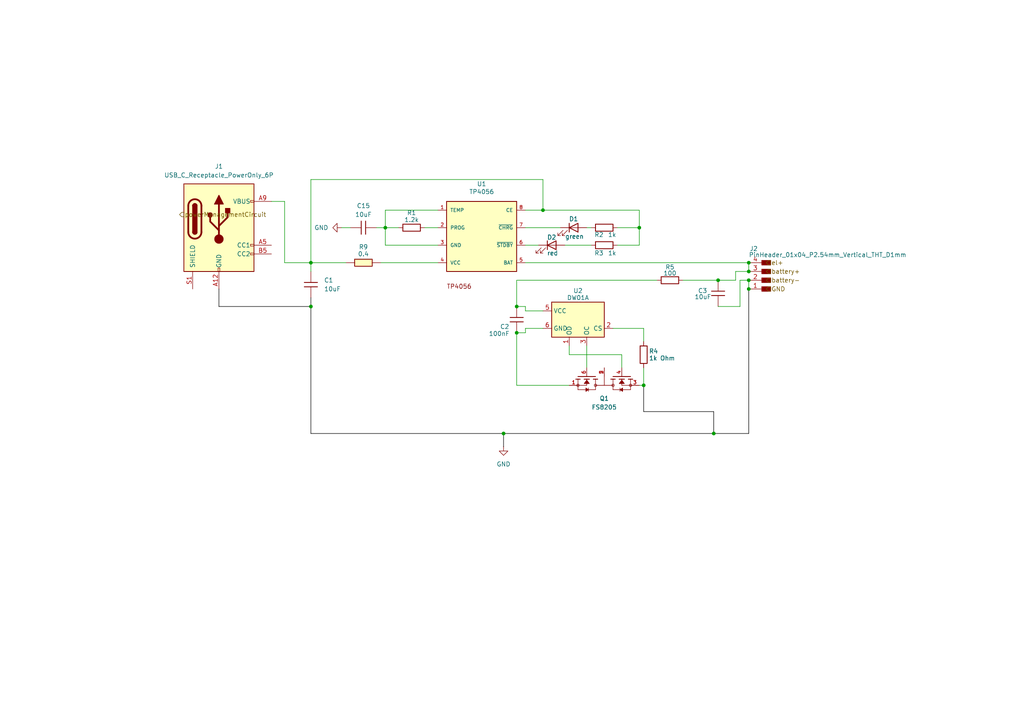
<source format=kicad_sch>
(kicad_sch (version 20231120) (generator "eeschema") (generator_version "8.0")
  (paper "A4")
  (lib_symbols
    (symbol "Battery_Management:DW01A"
      (property "Reference" "U" (at -6.604 6.35 0))
      (property "Value" "DW01A" (at 4.318 6.604 0))
      (symbol "DW01A_0_1"
        (pin output line (at -2.54 -7.62 90) (length 2.54) (name "OD") (number "1"))
        (pin input line (at 10.16 -2.54 180) (length 2.54) (name "CS") (number "2"))
        (pin output line (at 2.54 -7.62 90) (length 2.54) (name "OC") (number "3"))
        (pin power_in line (at -10.16 2.54 0) (length 2.54) (name "VCC") (number "5"))
        (pin power_in line (at -10.16 -2.54 0) (length 2.54) (name "GND") (number "6"))
      )
      (symbol "DW01A_1_1"
        (rectangle (start -7.62 5.08) (end 7.62 -5.08) (stroke (width 0.254)) (fill (type background)))
        (pin no_connect line (at 10.16 2.54 180) (length 2.54) hide (name "TD") (number "4"))
      )
    )
    (symbol "Connector:USB_C_Receptacle_PowerOnly_6P" (pin_names (offset 1.016))
      (property "Reference" "J" (at 0 16.51 0))
      (property "Value" "USB_C_Receptacle_PowerOnly_6P" (at 0 13.97 0))
      (symbol "USB_C_Receptacle_PowerOnly_6P_0_0"
        (rectangle (start -0.254 -12.7) (end 0.254 -11.684))
        (rectangle (start 10.16 -7.366) (end 9.144 -7.874))
        (rectangle (start 10.16 -4.826) (end 9.144 -5.334))
        (rectangle (start 10.16 7.874) (end 9.144 7.366))
      )
      (symbol "USB_C_Receptacle_PowerOnly_6P_0_1"
        (rectangle (start -10.16 12.7) (end 10.16 -12.7) (stroke (width 0.254)) (fill (type background)))
        (arc (start -8.89 -1.27) (mid -6.985 -3.1667) (end -5.08 -1.27) (stroke (width 0.508)))
        (arc (start -7.62 -1.27) (mid -6.985 -1.9023) (end -6.35 -1.27) (stroke (width 0.254)))
        (arc (start -7.62 -1.27) (mid -6.985 -1.9023) (end -6.35 -1.27) (stroke (width 0.254)) (fill (type outline)))
        (rectangle (start -7.62 -1.27) (end -6.35 6.35) (stroke (width 0.254)) (fill (type outline)))
        (arc (start -6.35 6.35) (mid -6.985 6.9823) (end -7.62 6.35) (stroke (width 0.254)))
        (arc (start -6.35 6.35) (mid -6.985 6.9823) (end -7.62 6.35) (stroke (width 0.254)) (fill (type outline)))
        (arc (start -5.08 6.35) (mid -6.985 8.2467) (end -8.89 6.35) (stroke (width 0.508)))
        (circle (center -2.54 3.683) (radius 0.635) (stroke (width 0.254)) (fill (type outline)))
        (circle (center 0 -3.302) (radius 1.27) (fill (type outline)))
        (polyline (pts (xy -8.89 -1.27) (xy -8.89 6.35)) (stroke (width 0.508)))
        (polyline (pts (xy -5.08 6.35) (xy -5.08 -1.27)) (stroke (width 0.508)))
        (polyline (pts (xy 0 -3.302) (xy 0 6.858)) (stroke (width 0.508)))
        (polyline (pts (xy 0 -0.762) (xy -2.54 1.778) (xy -2.54 3.048)) (stroke (width 0.508)))
        (polyline (pts (xy 0 0.508) (xy 2.54 3.048) (xy 2.54 4.318)) (stroke (width 0.508)))
        (polyline (pts (xy -1.27 6.858) (xy 0 9.398) (xy 1.27 6.858) (xy -1.27 6.858)) (stroke (width 0.254)) (fill (type outline)))
        (rectangle (start 1.905 4.318) (end 3.175 5.588) (stroke (width 0.254)) (fill (type outline)))
      )
      (symbol "USB_C_Receptacle_PowerOnly_6P_1_1"
        (pin passive line (at 0 -17.78 90) (length 5.08) (name "GND") (number "A12"))
        (pin bidirectional line (at 15.24 -5.08 180) (length 5.08) (name "CC1") (number "A5"))
        (pin passive line (at 15.24 7.62 180) (length 5.08) (name "VBUS") (number "A9"))
        (pin passive line (at 0 -17.78 90) (length 5.08) hide (name "GND") (number "B12"))
        (pin bidirectional line (at 15.24 -7.62 180) (length 5.08) (name "CC2") (number "B5"))
        (pin passive line (at 15.24 7.62 180) (length 5.08) hide (name "VBUS") (number "B9"))
        (pin passive line (at -7.62 -17.78 90) (length 5.08) (name "SHIELD") (number "S1"))
      )
    )
    (symbol "Device:LED" (pin_numbers hide) (pin_names (offset 1.016) hide)
      (property "Reference" "D" (at 0 2.54 0))
      (property "Value" "LED" (at 0 -2.54 0))
      (symbol "LED_0_1"
        (polyline (pts (xy -1.27 -1.27) (xy -1.27 1.27)) (stroke (width 0.254)))
        (polyline (pts (xy -1.27 0) (xy 1.27 0)))
        (polyline (pts (xy 1.27 -1.27) (xy 1.27 1.27) (xy -1.27 0) (xy 1.27 -1.27)) (stroke (width 0.254)))
        (polyline (pts (xy -3.048 -0.762) (xy -4.572 -2.286) (xy -3.81 -2.286) (xy -4.572 -2.286) (xy -4.572 -1.524)))
        (polyline (pts (xy -1.778 -0.762) (xy -3.302 -2.286) (xy -2.54 -2.286) (xy -3.302 -2.286) (xy -3.302 -1.524)))
      )
      (symbol "LED_1_1"
        (pin passive line (at -3.81 0 0) (length 2.54) (name "K") (number "1"))
        (pin passive line (at 3.81 0 180) (length 2.54) (name "A") (number "2"))
      )
    )
    (symbol "Device:R" (pin_numbers hide) (pin_names (offset 0))
      (property "Reference" "R" (at 2.032 0 90))
      (property "Value" "R" (at 0 0 90))
      (symbol "R_0_1"
        (rectangle (start -1.016 -2.54) (end 1.016 2.54) (stroke (width 0.254)))
      )
      (symbol "R_1_1"
        (pin passive line (at 0 3.81 270) (length 1.27) (name "~") (number "1"))
        (pin passive line (at 0 -3.81 90) (length 1.27) (name "~") (number "2"))
      )
    )
    (symbol "FS8205:FS8205" (pin_names (offset 1.016))
      (property "Reference" "Q" (at 2.54 2.286 0))
      (property "Value" "FS8205" (at 2.54 -2.032 0))
      (symbol "FS8205_0_0"
        (circle (center 0 -7.62) (radius 0.3592))
        (circle (center 0 -2.54) (radius 0.3592))
        (polyline (pts (xy -2.54 -2.54) (xy -2.54 -7.62)) (stroke (width 0.254)))
        (polyline (pts (xy -2.54 0) (xy 0 0)) (stroke (width 0.1524)))
        (polyline (pts (xy -2.54 2.54) (xy -2.54 7.62)) (stroke (width 0.254)))
        (polyline (pts (xy -1.778 -7.62) (xy -1.778 -8.255)) (stroke (width 0.254)))
        (polyline (pts (xy -1.778 -6.985) (xy -1.778 -7.62)) (stroke (width 0.254)))
        (polyline (pts (xy -1.778 -5.08) (xy -1.778 -5.842)) (stroke (width 0.254)))
        (polyline (pts (xy -1.778 -5.08) (xy 0 -5.08)) (stroke (width 0.1524)))
        (polyline (pts (xy -1.778 -4.318) (xy -1.778 -5.08)) (stroke (width 0.254)))
        (polyline (pts (xy -1.778 -2.54) (xy -1.778 -3.175)) (stroke (width 0.254)))
        (polyline (pts (xy -1.778 -2.54) (xy 0 -2.54)) (stroke (width 0.1524)))
        (polyline (pts (xy -1.778 -1.905) (xy -1.778 -2.54)) (stroke (width 0.254)))
        (polyline (pts (xy -1.778 1.905) (xy -1.778 2.54)) (stroke (width 0.254)))
        (polyline (pts (xy -1.778 2.54) (xy -1.778 3.175)) (stroke (width 0.254)))
        (polyline (pts (xy -1.778 2.54) (xy 0 2.54)) (stroke (width 0.1524)))
        (polyline (pts (xy -1.778 4.318) (xy -1.778 5.08)) (stroke (width 0.254)))
        (polyline (pts (xy -1.778 5.08) (xy -1.778 5.842)) (stroke (width 0.254)))
        (polyline (pts (xy -1.778 5.08) (xy 0 5.08)) (stroke (width 0.1524)))
        (polyline (pts (xy -1.778 6.985) (xy -1.778 7.62)) (stroke (width 0.254)))
        (polyline (pts (xy -1.778 7.62) (xy -1.778 8.255)) (stroke (width 0.254)))
        (polyline (pts (xy 0 -7.62) (xy -1.778 -7.62)) (stroke (width 0.1524)))
        (polyline (pts (xy 0 -7.62) (xy 1.27 -7.62)) (stroke (width 0.1524)))
        (polyline (pts (xy 0 -5.08) (xy 0 -7.62)) (stroke (width 0.1524)))
        (polyline (pts (xy 0 -2.54) (xy 1.27 -2.54)) (stroke (width 0.1524)))
        (polyline (pts (xy 0 0) (xy 0 -2.54)) (stroke (width 0.1778)))
        (polyline (pts (xy 0 2.54) (xy 0 0)) (stroke (width 0.1778)))
        (polyline (pts (xy 0 2.54) (xy 1.27 2.54)) (stroke (width 0.1524)))
        (polyline (pts (xy 0 5.08) (xy 0 7.62)) (stroke (width 0.1524)))
        (polyline (pts (xy 0 7.62) (xy -1.778 7.62)) (stroke (width 0.1524)))
        (polyline (pts (xy 0 7.62) (xy 1.27 7.62)) (stroke (width 0.1524)))
        (polyline (pts (xy 1.27 -4.572) (xy 0.762 -4.572)) (stroke (width 0.1524)))
        (polyline (pts (xy 1.27 -4.572) (xy 1.27 -7.62)) (stroke (width 0.1524)))
        (polyline (pts (xy 1.27 -2.54) (xy 1.27 -4.572)) (stroke (width 0.1524)))
        (polyline (pts (xy 1.27 2.54) (xy 1.27 4.572)) (stroke (width 0.1524)))
        (polyline (pts (xy 1.27 4.572) (xy 0.762 4.572)) (stroke (width 0.1524)))
        (polyline (pts (xy 1.27 4.572) (xy 1.27 7.62)) (stroke (width 0.1524)))
        (polyline (pts (xy 1.778 -4.572) (xy 1.27 -4.572)) (stroke (width 0.1524)))
        (polyline (pts (xy 1.778 4.572) (xy 1.27 4.572)) (stroke (width 0.1524)))
        (polyline (pts (xy -1.524 -5.08) (xy -0.508 -4.318) (xy -0.508 -5.842) (xy -1.524 -5.08)) (stroke (width 0.1524)) (fill (type outline)))
        (polyline (pts (xy -1.524 5.08) (xy -0.508 4.318) (xy -0.508 5.842) (xy -1.524 5.08)) (stroke (width 0.1524)) (fill (type outline)))
        (polyline (pts (xy 1.27 -4.572) (xy 0.762 -5.334) (xy 1.778 -5.334) (xy 1.27 -4.572)) (stroke (width 0.1524)) (fill (type outline)))
        (polyline (pts (xy 1.27 4.572) (xy 0.762 5.334) (xy 1.778 5.334) (xy 1.27 4.572)) (stroke (width 0.1524)) (fill (type outline)))
        (circle (center 0 2.54) (radius 0.3592))
        (circle (center 0 7.62) (radius 0.3592))
        (pin passive line (at 0 -10.16 90) (length 2.54) (name "~") (number "1"))
        (pin passive line (at -5.08 0 0) (length 2.54) (name "~") (number "2"))
        (pin passive line (at 0 10.16 270) (length 2.54) (name "~") (number "3"))
        (pin passive line (at -5.08 5.08 0) (length 2.54) (name "~") (number "4"))
        (pin passive line (at -5.08 0 0) (length 2.54) (name "~") (number "5"))
        (pin passive line (at -5.08 -5.08 0) (length 2.54) (name "~") (number "6"))
      )
    )
    (symbol "Fab:C_1206" (pin_numbers hide)
      (property "Reference" "C" (at 0.635 2.54 0))
      (property "Value" "C_1206" (at 0.635 -2.54 0))
      (symbol "C_1206_1_1"
        (polyline (pts (xy -1.905 -0.635) (xy 1.905 -0.635)) (stroke (width 0.25)))
        (polyline (pts (xy -1.905 0.635) (xy 1.905 0.635)) (stroke (width 0.25)))
        (pin passive line (at 0 3.81 270) (length 3.175) (name "~") (number "1"))
        (pin passive line (at 0 -3.81 90) (length 3.175) (name "~") (number "2"))
      )
    )
    (symbol "Fab:PinHeader_01x04_P2.54mm_Vertical_THT_D1mm" (pin_names hide)
      (property "Reference" "J" (at 0 5.08 0))
      (property "Value" "PinHeader_01x04_P2.54mm_Vertical_THT_D1mm" (at 0 -7.62 0))
      (symbol "PinHeader_01x04_P2.54mm_Vertical_THT_D1mm_1_1"
        (rectangle (start -1.27 -4.445) (end 1.27 -5.715) (stroke (width 0.254)) (fill (type outline)))
        (rectangle (start -1.27 -1.905) (end 1.27 -3.175) (stroke (width 0.254)) (fill (type outline)))
        (rectangle (start -1.27 0.635) (end 1.27 -0.635) (stroke (width 0.254)) (fill (type outline)))
        (rectangle (start -1.27 3.175) (end 1.27 1.905) (stroke (width 0.254)) (fill (type outline)))
        (pin passive line (at 5.08 2.54 180) (length 3.81) (name "Pin_1") (number "1"))
        (pin passive line (at 5.08 0 180) (length 3.81) (name "Pin_2") (number "2"))
        (pin passive line (at 5.08 -2.54 180) (length 3.81) (name "Pin_3") (number "3"))
        (pin passive line (at 5.08 -5.08 180) (length 3.81) (name "Pin_4") (number "4"))
      )
    )
    (symbol "Fab:R_1206" (pin_numbers hide) (pin_names (offset 0))
      (property "Reference" "R" (at 2.54 0 90))
      (property "Value" "R_1206" (at -2.54 0 90))
      (symbol "R_1206_0_1"
        (rectangle (start -1.016 -2.54) (end 1.016 2.54) (stroke (width 0.254)) (fill (type background)))
      )
      (symbol "R_1206_1_1"
        (pin passive line (at 0 5.08 270) (length 2.54) (name "~") (number "1"))
        (pin passive line (at 0 -5.08 90) (length 2.54) (name "~") (number "2"))
      )
    )
    (symbol "TP4056:TP4056" (pin_names (offset 1.016))
      (property "Reference" "U" (at -7.62 -12.7 0))
      (property "Value" "TP4056" (at 0 0 0))
      (symbol "TP4056_0_0"
        (rectangle (start -7.62 -10.16) (end 12.7 10.16) (stroke (width 0.254)) (fill (type background)))
        (text "TP4056" (at -7.62 -15.24 0) (effects (font (size 1.27 1.27)) (justify left bottom)))
        (pin bidirectional line (at -10.16 7.62 0) (length 2.54) (name "TEMP") (number "1"))
        (pin bidirectional line (at -10.16 2.54 0) (length 2.54) (name "PROG") (number "2"))
        (pin bidirectional line (at -10.16 -2.54 0) (length 2.54) (name "GND") (number "3"))
        (pin bidirectional line (at -10.16 -7.62 0) (length 2.54) (name "VCC") (number "4"))
        (pin bidirectional line (at 15.24 -7.62 180) (length 2.54) (name "BAT") (number "5"))
        (pin bidirectional line (at 15.24 -2.54 180) (length 2.54) (name "~{STDBY}") (number "6"))
        (pin bidirectional line (at 15.24 2.54 180) (length 2.54) (name "~{CHRG}") (number "7"))
        (pin bidirectional line (at 15.24 7.62 180) (length 2.54) (name "CE") (number "8"))
      )
    )
    (symbol "power:GND" (power) (pin_numbers hide) (pin_names (offset 0) hide)
      (property "Value" "GND" (at 0 -3.81 0))
      (symbol "GND_0_1"
        (polyline (pts (xy 0 0) (xy 0 -1.27) (xy 1.27 -1.27) (xy 0 -2.54) (xy -1.27 -1.27) (xy 0 -1.27)))
      )
      (symbol "GND_1_1"
        (pin power_in line (at 0 0 270) (length 0) (name "~") (number "1"))
      )
    )
  )
  (junction (at 217.17 81.28))
  (junction (at 90.17 88.9))
  (junction (at 111.76 66.04))
  (junction (at 217.17 83.82))
  (junction (at 186.69 111.76))
  (junction (at 185.42 66.04))
  (junction (at 157.48 60.96))
  (junction (at 208.28 81.28))
  (junction (at 217.17 78.74))
  (junction (at 217.17 76.2))
  (junction (at 146.05 125.73))
  (junction (at 90.17 76.2))
  (junction (at 207.01 125.73))
  (junction (at 149.86 88.9))
  (junction (at 149.86 96.52))
  (wire (pts (xy 123.19 66.04) (xy 127 66.04)))
  (wire (pts (xy 90.17 76.2) (xy 82.55 76.2)))
  (wire (pts (xy 157.48 90.17) (xy 152.4 90.17)))
  (wire (pts (xy 157.48 60.96) (xy 157.48 52.07)))
  (wire (pts (xy 207.01 125.73) (xy 217.17 125.73)) (stroke (width 0) (color 0 0 0 1)))
  (wire (pts (xy 165.1 102.87) (xy 180.34 102.87)))
  (wire (pts (xy 111.76 71.12) (xy 111.76 66.04)))
  (wire (pts (xy 186.69 95.25) (xy 186.69 99.06)))
  (wire (pts (xy 186.69 106.68) (xy 186.69 111.76)))
  (wire (pts (xy 208.28 81.28) (xy 213.36 81.28)))
  (wire (pts (xy 146.05 125.73) (xy 207.01 125.73)) (stroke (width 0) (color 0 0 0 1)))
  (wire (pts (xy 207.01 119.38) (xy 207.01 125.73)) (stroke (width 0) (color 0 0 0 1)))
  (wire (pts (xy 214.63 81.28) (xy 217.17 81.28)))
  (wire (pts (xy 208.28 88.9) (xy 214.63 88.9)))
  (wire (pts (xy 198.12 81.28) (xy 208.28 81.28)))
  (wire (pts (xy 90.17 86.36) (xy 90.17 88.9)) (stroke (width 0) (color 0 0 0 1)))
  (wire (pts (xy 214.63 88.9) (xy 214.63 81.28)))
  (wire (pts (xy 149.86 81.28) (xy 149.86 88.9)))
  (wire (pts (xy 152.4 66.04) (xy 162.56 66.04)))
  (wire (pts (xy 217.17 83.82) (xy 217.17 125.73)) (stroke (width 0) (color 0 0 0 1)))
  (wire (pts (xy 171.45 66.04) (xy 170.18 66.04)))
  (wire (pts (xy 152.4 96.52) (xy 149.86 96.52)))
  (wire (pts (xy 152.4 60.96) (xy 157.48 60.96)))
  (wire (pts (xy 180.34 102.87) (xy 180.34 106.68)))
  (wire (pts (xy 127 60.96) (xy 111.76 60.96)))
  (wire (pts (xy 163.83 71.12) (xy 171.45 71.12)))
  (wire (pts (xy 217.17 76.2) (xy 217.17 78.74)))
  (wire (pts (xy 82.55 76.2) (xy 82.55 58.42)))
  (wire (pts (xy 90.17 76.2) (xy 100.33 76.2)))
  (wire (pts (xy 127 71.12) (xy 111.76 71.12)))
  (wire (pts (xy 179.07 66.04) (xy 185.42 66.04)))
  (wire (pts (xy 90.17 52.07) (xy 90.17 76.2)))
  (wire (pts (xy 213.36 78.74) (xy 217.17 78.74)))
  (wire (pts (xy 179.07 71.12) (xy 185.42 71.12)))
  (wire (pts (xy 186.69 119.38) (xy 207.01 119.38)) (stroke (width 0) (color 0 0 0 1)))
  (wire (pts (xy 109.22 66.04) (xy 111.76 66.04)))
  (wire (pts (xy 82.55 58.42) (xy 78.74 58.42)))
  (wire (pts (xy 90.17 125.73) (xy 146.05 125.73)) (stroke (width 0) (color 0 0 0 1)))
  (wire (pts (xy 217.17 81.28) (xy 217.17 83.82)))
  (wire (pts (xy 152.4 76.2) (xy 217.17 76.2)))
  (wire (pts (xy 111.76 60.96) (xy 111.76 66.04)))
  (wire (pts (xy 90.17 88.9) (xy 90.17 125.73)) (stroke (width 0) (color 0 0 0 1)))
  (wire (pts (xy 63.5 83.82) (xy 63.5 88.9)) (stroke (width 0) (color 0 0 0 1)))
  (wire (pts (xy 157.48 52.07) (xy 90.17 52.07)))
  (wire (pts (xy 99.06 66.04) (xy 101.6 66.04)))
  (wire (pts (xy 111.76 66.04) (xy 115.57 66.04)))
  (wire (pts (xy 90.17 78.74) (xy 90.17 76.2)))
  (wire (pts (xy 152.4 71.12) (xy 156.21 71.12)))
  (wire (pts (xy 185.42 111.76) (xy 186.69 111.76)))
  (wire (pts (xy 152.4 95.25) (xy 152.4 96.52)))
  (wire (pts (xy 63.5 88.9) (xy 90.17 88.9)) (stroke (width 0) (color 0 0 0 1)))
  (wire (pts (xy 157.48 95.25) (xy 152.4 95.25)))
  (wire (pts (xy 213.36 81.28) (xy 213.36 78.74)))
  (wire (pts (xy 185.42 71.12) (xy 185.42 66.04)))
  (wire (pts (xy 149.86 96.52) (xy 149.86 111.76)))
  (wire (pts (xy 110.49 76.2) (xy 127 76.2)))
  (wire (pts (xy 186.69 111.76) (xy 186.69 119.38)) (stroke (width 0) (color 0 0 0 1)))
  (wire (pts (xy 165.1 100.33) (xy 165.1 102.87)))
  (wire (pts (xy 157.48 60.96) (xy 185.42 60.96)))
  (wire (pts (xy 152.4 88.9) (xy 149.86 88.9)))
  (wire (pts (xy 190.5 81.28) (xy 149.86 81.28)))
  (wire (pts (xy 170.18 100.33) (xy 170.18 106.68)))
  (wire (pts (xy 165.1 111.76) (xy 149.86 111.76)))
  (wire (pts (xy 185.42 66.04) (xy 185.42 60.96)))
  (wire (pts (xy 146.05 125.73) (xy 146.05 129.54)) (stroke (width 0) (color 0 0 0 1)))
  (wire (pts (xy 177.8 95.25) (xy 186.69 95.25)))
  (wire (pts (xy 152.4 90.17) (xy 152.4 88.9)))
  (hierarchical_label "GND" (shape input) (at 222.25 83.82 0))
  (hierarchical_label "battery-" (shape input) (at 222.25 81.28 0))
  (hierarchical_label "battery+" (shape input) (at 222.25 78.74 0))
  (hierarchical_label "el+" (shape input) (at 222.25 76.2 0))
  (hierarchical_label "powerManagementCircuit" (shape input) (at 52.07 62.23 0))
  (symbol (lib_id "Fab:C_1206") (at 149.86 92.71 0) (unit 1)
    (property "Reference" "C2" (at 145.034 94.742 0) (effects (justify left)))
    (property "Value" "100nF" (at 141.732 96.774 0) (effects (justify left)))
    (property "Footprint" "fab:C_1206" (effects (hide yes)))
    (property "Datasheet" "https://www.yageo.com/upload/media/product/productsearch/datasheet/mlcc/UPY-GP_NP0_16V-to-50V_18.pdf" (effects (hide yes)))
    (property "Description" "Unpolarized capacitor, SMD, 1206" (effects (hide yes)))
  )
  (symbol (lib_id "Device:R") (at 119.38 66.04 90) (unit 1)
    (property "Reference" "R1" (at 119.38 61.722 90))
    (property "Value" "1.2k" (at 119.38 63.754 90))
    (property "Description" "Resistor" (effects (hide yes)))
  )
  (symbol (lib_id "Fab:C_1206") (at 105.41 66.04 90) (unit 1)
    (property "Reference" "C15" (at 105.41 59.69 90))
    (property "Value" "10uF" (at 105.41 62.23 90))
    (property "Footprint" "fab:C_1206" (effects (hide yes)))
    (property "Datasheet" "https://www.yageo.com/upload/media/product/productsearch/datasheet/mlcc/UPY-GP_NP0_16V-to-50V_18.pdf" (effects (hide yes)))
    (property "Description" "Unpolarized capacitor, SMD, 1206" (effects (hide yes)))
  )
  (symbol (lib_id "Device:LED") (at 160.02 71.12 0) (unit 1)
    (property "Reference" "D2" (at 160.02 68.834 0))
    (property "Value" "red" (at 160.274 73.406 0))
    (property "Description" "Light emitting diode" (effects (hide yes)))
  )
  (symbol (lib_id "FS8205:FS8205") (at 175.26 111.76 270) (unit 1)
    (property "Reference" "Q1" (at 175.26 115.57 90))
    (property "Value" "FS8205" (at 175.26 118.11 90))
    (property "Footprint" "FS8205:SOT95P280X145-6N" (effects (hide yes)))
    (property "MF" "Fortune Semiconductor" (effects (hide yes)))
    (property "MAXIMUM_PACKAGE_HEIGHT" "1.45mm" (effects (hide yes)))
    (property "Package" "Package" (effects (hide yes)))
    (property "Price" "None" (effects (hide yes)))
    (property "Check_prices" "https://www.snapeda.com/parts/FS8205/Fortune+Semiconductor/view-part/?ref=eda" (effects (hide yes)))
    (property "STANDARD" "IPC-7351B" (effects (hide yes)))
    (property "PARTREV" "1.9" (effects (hide yes)))
    (property "SnapEDA_Link" "https://www.snapeda.com/parts/FS8205/Fortune+Semiconductor/view-part/?ref=snap" (effects (hide yes)))
    (property "MP" "FS8205" (effects (hide yes)))
    (property "Description_1" "\n                        \n                            Dual N-Channel Enhancement Mode Power MOSFET\n                        \n" (effects (hide yes)))
    (property "Availability" "In Stock" (effects (hide yes)))
    (property "MANUFACTURER" "Fortune" (effects (hide yes)))
  )
  (symbol (lib_id "Device:R") (at 175.26 66.04 90) (unit 1)
    (property "Reference" "R2" (at 173.736 68.072 90))
    (property "Value" "1k" (at 177.546 68.072 90))
    (property "Description" "Resistor" (effects (hide yes)))
  )
  (symbol (lib_id "Device:LED") (at 166.37 66.04 0) (unit 1)
    (property "Reference" "D1" (at 166.37 63.5 0))
    (property "Value" "green" (at 166.624 68.58 0))
    (property "Description" "Light emitting diode" (effects (hide yes)))
  )
  (symbol (lib_id "Fab:R_1206") (at 105.41 76.2 90) (unit 1)
    (property "Reference" "R9" (at 105.41 71.628 90))
    (property "Value" "0.4" (at 105.41 73.66 90))
    (property "Footprint" "fab:R_1206" (effects (hide yes)))
    (property "Description" "Resistor" (effects (hide yes)))
  )
  (symbol (lib_id "Connector:USB_C_Receptacle_PowerOnly_6P") (at 63.5 66.04 0) (unit 1)
    (property "Reference" "J1" (at 63.5 48.26 0))
    (property "Value" "USB_C_Receptacle_PowerOnly_6P" (at 63.5 50.8 0))
    (property "Datasheet" "https://www.usb.org/sites/default/files/documents/usb_type-c.zip" (effects (hide yes)))
    (property "Description" "USB Power-Only 6P Type-C Receptacle connector" (effects (hide yes)))
  )
  (symbol (lib_id "Battery_Management:DW01A") (at 167.64 92.71 0) (unit 1)
    (property "Reference" "U2" (at 167.64 84.328 0))
    (property "Value" "DW01A" (at 167.64 86.36 0))
    (property "Footprint" "Package_TO_SOT_SMD:SOT-23-6" (effects (hide yes)))
    (property "Datasheet" "https://hmsemi.com/downfile/DW01A.PDF" (effects (hide yes)))
    (property "Description" "Overcharge, overcurrent and overdischarge protection IC for single cell lithium-ion/polymer battery" (effects (hide yes)))
  )
  (symbol (lib_id "Fab:PinHeader_01x04_P2.54mm_Vertical_THT_D1mm") (at 222.25 81.28 180) (unit 1)
    (property "Reference" "J2" (at 217.424 72.136 0) (effects (justify right)))
    (property "Value" "PinHeader_01x04_P2.54mm_Vertical_THT_D1mm" (at 217.17 73.914 0) (effects (justify right)))
    (property "Footprint" "fab:PinHeader_01x04_P2.54mm_Vertical_THT_D1mm" (effects (hide yes)))
    (property "Description" "Male connector, single row" (effects (hide yes)))
  )
  (symbol (lib_id "power:GND") (at 146.05 129.54 0) (unit 1)
    (property "Reference" "#PWR01" (effects (hide yes)))
    (property "Value" "GND" (at 146.05 134.62 0))
    (property "Description" "Power symbol creates a global label with name \"GND\" , ground" (effects (hide yes)))
  )
  (symbol (lib_id "power:GND") (at 99.06 66.04 270) (unit 1)
    (property "Reference" "#PWR02" (effects (hide yes)))
    (property "Value" "GND" (at 95.25 66.0399 90) (effects (justify right)))
    (property "Description" "Power symbol creates a global label with name \"GND\" , ground" (effects (hide yes)))
  )
  (symbol (lib_id "Fab:C_1206") (at 90.17 82.55 0) (unit 1)
    (property "Reference" "C1" (at 93.98 81.2799 0) (effects (justify left)))
    (property "Value" "10uF" (at 93.98 83.8199 0) (effects (justify left)))
    (property "Footprint" "fab:C_1206" (effects (hide yes)))
    (property "Datasheet" "https://www.yageo.com/upload/media/product/productsearch/datasheet/mlcc/UPY-GP_NP0_16V-to-50V_18.pdf" (effects (hide yes)))
    (property "Description" "Unpolarized capacitor, SMD, 1206" (effects (hide yes)))
  )
  (symbol (lib_id "Device:R") (at 194.31 81.28 90) (unit 1)
    (property "Reference" "R5" (at 194.31 77.47 90))
    (property "Value" "100" (at 194.31 79.248 90))
    (property "Description" "Resistor" (effects (hide yes)))
  )
  (symbol (lib_id "TP4056:TP4056") (at 137.16 68.58 0) (unit 1)
    (property "Reference" "U1" (at 139.7 53.34 0))
    (property "Value" "TP4056" (at 139.7 55.626 0))
    (property "Footprint" "TP4056:SOT23-8" (effects (hide yes)))
    (property "MF" "Texas Instruments" (effects (hide yes)))
    (property "Description_1" "\n                        \n                            Charger Li-Ion Article 1A protection, module with IO TP4056 (micro USB)\n                        \n" (effects (hide yes)))
    (property "Package" "None" (effects (hide yes)))
    (property "Price" "None" (effects (hide yes)))
    (property "SnapEDA_Link" "https://www.snapeda.com/parts/TP4056/Texas+Instruments/view-part/?ref=snap" (effects (hide yes)))
    (property "MP" "TP4056" (effects (hide yes)))
    (property "Availability" "Not in stock" (effects (hide yes)))
    (property "Check_prices" "https://www.snapeda.com/parts/TP4056/Texas+Instruments/view-part/?ref=eda" (effects (hide yes)))
  )
  (symbol (lib_id "Device:R") (at 186.69 102.87 180) (unit 1)
    (property "Reference" "R4" (at 188.214 101.854 0) (effects (justify right)))
    (property "Value" "1k Ohm" (at 188.214 103.886 0) (effects (justify right)))
    (property "Description" "Resistor" (effects (hide yes)))
  )
  (symbol (lib_id "Fab:C_1206") (at 208.28 85.09 0) (unit 1)
    (property "Reference" "C3" (at 202.438 84.328 0) (effects (justify left)))
    (property "Value" "10uF" (at 201.422 86.106 0) (effects (justify left)))
    (property "Footprint" "fab:C_1206" (effects (hide yes)))
    (property "Datasheet" "https://www.yageo.com/upload/media/product/productsearch/datasheet/mlcc/UPY-GP_NP0_16V-to-50V_18.pdf" (effects (hide yes)))
    (property "Description" "Unpolarized capacitor, SMD, 1206" (effects (hide yes)))
  )
  (symbol (lib_id "Device:R") (at 175.26 71.12 90) (unit 1)
    (property "Reference" "R3" (at 173.736 73.406 90))
    (property "Value" "1k" (at 177.546 73.406 90))
    (property "Description" "Resistor" (effects (hide yes)))
  )
)
</source>
